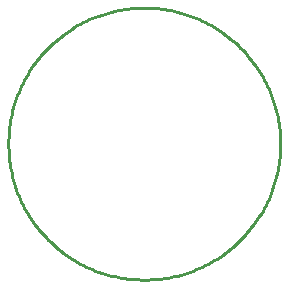
<source format=gko>
G75*
%MOIN*%
%OFA0B0*%
%FSLAX25Y25*%
%IPPOS*%
%LPD*%
%AMOC8*
5,1,8,0,0,1.08239X$1,22.5*
%
%ADD10C,0.01000*%
D10*
X0041762Y0059000D02*
X0041776Y0060112D01*
X0041817Y0061223D01*
X0041885Y0062332D01*
X0041980Y0063440D01*
X0042103Y0064545D01*
X0042252Y0065647D01*
X0042429Y0066745D01*
X0042632Y0067838D01*
X0042863Y0068925D01*
X0043120Y0070007D01*
X0043403Y0071082D01*
X0043713Y0072150D01*
X0044048Y0073210D01*
X0044410Y0074261D01*
X0044797Y0075303D01*
X0045210Y0076336D01*
X0045648Y0077357D01*
X0046111Y0078368D01*
X0046599Y0079367D01*
X0047111Y0080354D01*
X0047647Y0081328D01*
X0048207Y0082289D01*
X0048790Y0083235D01*
X0049396Y0084167D01*
X0050025Y0085084D01*
X0050677Y0085985D01*
X0051350Y0086870D01*
X0052045Y0087738D01*
X0052760Y0088589D01*
X0053497Y0089422D01*
X0054254Y0090236D01*
X0055030Y0091032D01*
X0055826Y0091808D01*
X0056640Y0092565D01*
X0057473Y0093302D01*
X0058324Y0094017D01*
X0059192Y0094712D01*
X0060077Y0095385D01*
X0060978Y0096037D01*
X0061895Y0096666D01*
X0062827Y0097272D01*
X0063773Y0097855D01*
X0064734Y0098415D01*
X0065708Y0098951D01*
X0066695Y0099463D01*
X0067694Y0099951D01*
X0068705Y0100414D01*
X0069726Y0100852D01*
X0070759Y0101265D01*
X0071801Y0101652D01*
X0072852Y0102014D01*
X0073912Y0102349D01*
X0074980Y0102659D01*
X0076055Y0102942D01*
X0077137Y0103199D01*
X0078224Y0103430D01*
X0079317Y0103633D01*
X0080415Y0103810D01*
X0081517Y0103959D01*
X0082622Y0104082D01*
X0083730Y0104177D01*
X0084839Y0104245D01*
X0085950Y0104286D01*
X0087062Y0104300D01*
X0088174Y0104286D01*
X0089285Y0104245D01*
X0090394Y0104177D01*
X0091502Y0104082D01*
X0092607Y0103959D01*
X0093709Y0103810D01*
X0094807Y0103633D01*
X0095900Y0103430D01*
X0096987Y0103199D01*
X0098069Y0102942D01*
X0099144Y0102659D01*
X0100212Y0102349D01*
X0101272Y0102014D01*
X0102323Y0101652D01*
X0103365Y0101265D01*
X0104398Y0100852D01*
X0105419Y0100414D01*
X0106430Y0099951D01*
X0107429Y0099463D01*
X0108416Y0098951D01*
X0109390Y0098415D01*
X0110351Y0097855D01*
X0111297Y0097272D01*
X0112229Y0096666D01*
X0113146Y0096037D01*
X0114047Y0095385D01*
X0114932Y0094712D01*
X0115800Y0094017D01*
X0116651Y0093302D01*
X0117484Y0092565D01*
X0118298Y0091808D01*
X0119094Y0091032D01*
X0119870Y0090236D01*
X0120627Y0089422D01*
X0121364Y0088589D01*
X0122079Y0087738D01*
X0122774Y0086870D01*
X0123447Y0085985D01*
X0124099Y0085084D01*
X0124728Y0084167D01*
X0125334Y0083235D01*
X0125917Y0082289D01*
X0126477Y0081328D01*
X0127013Y0080354D01*
X0127525Y0079367D01*
X0128013Y0078368D01*
X0128476Y0077357D01*
X0128914Y0076336D01*
X0129327Y0075303D01*
X0129714Y0074261D01*
X0130076Y0073210D01*
X0130411Y0072150D01*
X0130721Y0071082D01*
X0131004Y0070007D01*
X0131261Y0068925D01*
X0131492Y0067838D01*
X0131695Y0066745D01*
X0131872Y0065647D01*
X0132021Y0064545D01*
X0132144Y0063440D01*
X0132239Y0062332D01*
X0132307Y0061223D01*
X0132348Y0060112D01*
X0132362Y0059000D01*
X0132348Y0057888D01*
X0132307Y0056777D01*
X0132239Y0055668D01*
X0132144Y0054560D01*
X0132021Y0053455D01*
X0131872Y0052353D01*
X0131695Y0051255D01*
X0131492Y0050162D01*
X0131261Y0049075D01*
X0131004Y0047993D01*
X0130721Y0046918D01*
X0130411Y0045850D01*
X0130076Y0044790D01*
X0129714Y0043739D01*
X0129327Y0042697D01*
X0128914Y0041664D01*
X0128476Y0040643D01*
X0128013Y0039632D01*
X0127525Y0038633D01*
X0127013Y0037646D01*
X0126477Y0036672D01*
X0125917Y0035711D01*
X0125334Y0034765D01*
X0124728Y0033833D01*
X0124099Y0032916D01*
X0123447Y0032015D01*
X0122774Y0031130D01*
X0122079Y0030262D01*
X0121364Y0029411D01*
X0120627Y0028578D01*
X0119870Y0027764D01*
X0119094Y0026968D01*
X0118298Y0026192D01*
X0117484Y0025435D01*
X0116651Y0024698D01*
X0115800Y0023983D01*
X0114932Y0023288D01*
X0114047Y0022615D01*
X0113146Y0021963D01*
X0112229Y0021334D01*
X0111297Y0020728D01*
X0110351Y0020145D01*
X0109390Y0019585D01*
X0108416Y0019049D01*
X0107429Y0018537D01*
X0106430Y0018049D01*
X0105419Y0017586D01*
X0104398Y0017148D01*
X0103365Y0016735D01*
X0102323Y0016348D01*
X0101272Y0015986D01*
X0100212Y0015651D01*
X0099144Y0015341D01*
X0098069Y0015058D01*
X0096987Y0014801D01*
X0095900Y0014570D01*
X0094807Y0014367D01*
X0093709Y0014190D01*
X0092607Y0014041D01*
X0091502Y0013918D01*
X0090394Y0013823D01*
X0089285Y0013755D01*
X0088174Y0013714D01*
X0087062Y0013700D01*
X0085950Y0013714D01*
X0084839Y0013755D01*
X0083730Y0013823D01*
X0082622Y0013918D01*
X0081517Y0014041D01*
X0080415Y0014190D01*
X0079317Y0014367D01*
X0078224Y0014570D01*
X0077137Y0014801D01*
X0076055Y0015058D01*
X0074980Y0015341D01*
X0073912Y0015651D01*
X0072852Y0015986D01*
X0071801Y0016348D01*
X0070759Y0016735D01*
X0069726Y0017148D01*
X0068705Y0017586D01*
X0067694Y0018049D01*
X0066695Y0018537D01*
X0065708Y0019049D01*
X0064734Y0019585D01*
X0063773Y0020145D01*
X0062827Y0020728D01*
X0061895Y0021334D01*
X0060978Y0021963D01*
X0060077Y0022615D01*
X0059192Y0023288D01*
X0058324Y0023983D01*
X0057473Y0024698D01*
X0056640Y0025435D01*
X0055826Y0026192D01*
X0055030Y0026968D01*
X0054254Y0027764D01*
X0053497Y0028578D01*
X0052760Y0029411D01*
X0052045Y0030262D01*
X0051350Y0031130D01*
X0050677Y0032015D01*
X0050025Y0032916D01*
X0049396Y0033833D01*
X0048790Y0034765D01*
X0048207Y0035711D01*
X0047647Y0036672D01*
X0047111Y0037646D01*
X0046599Y0038633D01*
X0046111Y0039632D01*
X0045648Y0040643D01*
X0045210Y0041664D01*
X0044797Y0042697D01*
X0044410Y0043739D01*
X0044048Y0044790D01*
X0043713Y0045850D01*
X0043403Y0046918D01*
X0043120Y0047993D01*
X0042863Y0049075D01*
X0042632Y0050162D01*
X0042429Y0051255D01*
X0042252Y0052353D01*
X0042103Y0053455D01*
X0041980Y0054560D01*
X0041885Y0055668D01*
X0041817Y0056777D01*
X0041776Y0057888D01*
X0041762Y0059000D01*
M02*

</source>
